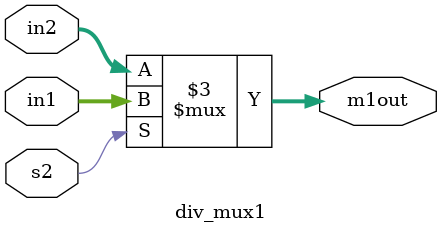
<source format=v>
`timescale 1ns / 1ps


module div_mux1(input [4:0] in1, in2, 
            input s2,
            output reg [4:0] m1out);
always @ (in1, in2, s2)
            begin
                if (s2)  m1out = in1;
                else m1out = in2;
            end
endmodule

</source>
